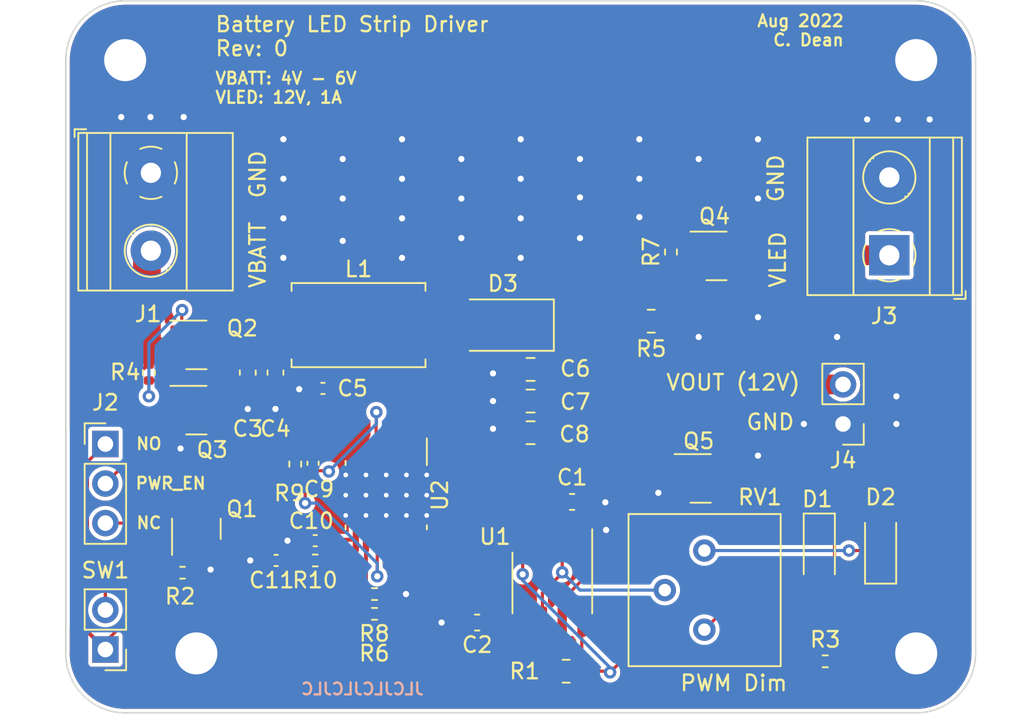
<source format=kicad_pcb>
(kicad_pcb (version 20211014) (generator pcbnew)
  (layers (0 "F.Cu" signal) (31 "B.Cu" signal) (34 "B.Paste" user) (35 "F.Paste" user) (36 "B.SilkS" user "B.Silkscreen") (37 "F.SilkS" user "F.Silkscreen") (38 "B.Mask" user) (39 "F.Mask" user) (44 "Edge.Cuts" user))
  (net 0 "")
  (net 1 "/VBATT")
  (net 2 "/BST_VOUT")
  (net 3 "/BST_SS")
  (net 4 "/BST_COMP")
  (net 5 "/SW")
  (net 6 "Net-(D2-Pad1)")
  (net 7 "/VLED")
  (net 8 "/LED_PWM_G")
  (net 9 "/FB")
  (net 10 "/BST_FREQ")
  (net 11 "/VIN")
  (net 12 "/PWR_EN")
  (net 13 "Net-(C1-Pad1)")
  (net 14 "Net-(C2-Pad1)")
  (net 15 "Net-(D1-Pad1)")
  (net 16 "Net-(D1-Pad2)")
  (net 17 "Net-(J2-Pad1)")
  (net 18 "Net-(J2-Pad3)")
  (net 19 "Net-(Q2-Pad1)")
  (net 20 "Net-(Q4-Pad2)")
  (net 21 "Net-(R1-Pad2)")
  (net 23 "Net-(Q4-Pad1)")
  (net 24 "GND")
  (net 25 "Net-(C11-Pad1)")
  (footprint "Resistor_SMD:R_0805_2012Metric_Pad1.20x1.40mm_HandSolder" (layer "F.Cu") (at 134.239 124.333)
    (fp_text reference "R1" (at -2.667 0 180) (layer "F.SilkS"))
    (fp_text value "0")
    (pad "1" smd roundrect (at -1 0) (size 1.2 1.4) (layers "F.Cu" "F.Paste" "F.Mask") (roundrect_rratio 0.2083333333) (net 11 "/VIN"))
    (pad "2" smd roundrect (at 1 0) (size 1.2 1.4) (layers "F.Cu" "F.Paste" "F.Mask") (roundrect_rratio 0.2083333333) (net 21 "Net-(R1-Pad2)"))
  )
  (footprint "Diode_SMD:D_SMA" (layer "F.Cu") (at 130.048 102.108 180)
    (fp_text reference "D3" (at -0.127 2.667) (layer "F.SilkS"))
    (fp_text value "B330A")
    (pad "1" smd rect (at -2 0 180) (size 2.5 1.8) (layers "F.Cu" "F.Paste" "F.Mask") (net 2 "/BST_VOUT"))
    (pad "2" smd rect (at 2 0 180) (size 2.5 1.8) (layers "F.Cu" "F.Paste" "F.Mask") (net 5 "/SW"))
  )
  (footprint "TerminalBlock_Phoenix:TerminalBlock_Phoenix_MKDS-1,5-2_1x02_P5.00mm_Horizontal" (layer "F.Cu") (at 107.569 92.329 -90)
    (fp_text reference "J1" (at 9.0678 0.1778 180) (layer "F.SilkS"))
    (fp_text value "Screw_Terminal_01x02")
    (pad "1" thru_hole rect (at 0 0 270) (size 2.6 2.6) (drill 1.3) (layers *.Cu *.Mask) (net 24 "GND"))
    (pad "2" thru_hole circle (at 5 0 270) (size 2.6 2.6) (drill 1.3) (layers *.Cu *.Mask) (net 1 "/VBATT"))
  )
  (footprint "Diode_SMD:D_SOD-123" (layer "F.Cu") (at 150.495 116.459 -90)
    (fp_text reference "D1" (at -3.175 0.127 180) (layer "F.SilkS"))
    (fp_text value "1N4148W")
    (pad "1" smd rect (at -1.65 0 270) (size 0.9 1.2) (layers "F.Cu" "F.Paste" "F.Mask") (net 15 "Net-(D1-Pad1)"))
    (pad "2" smd rect (at 1.65 0 270) (size 0.9 1.2) (layers "F.Cu" "F.Paste" "F.Mask") (net 16 "Net-(D1-Pad2)"))
  )
  (footprint "TerminalBlock_Phoenix:TerminalBlock_Phoenix_MKDS-1,5-2_1x02_P5.00mm_Horizontal" (layer "F.Cu") (at 154.991 97.623 90)
    (fp_text reference "J3" (at -3.9008 -0.3304 180) (layer "F.SilkS"))
    (fp_text value "Screw_Terminal_01x02")
    (pad "1" thru_hole rect (at 0 0 90) (size 2.6 2.6) (drill 1.3) (layers *.Cu *.Mask) (net 7 "/VLED"))
    (pad "2" thru_hole circle (at 5 0 90) (size 2.6 2.6) (drill 1.3) (layers *.Cu *.Mask) (net 24 "GND"))
  )
  (footprint "Resistor_SMD:R_0402_1005Metric" (layer "F.Cu") (at 109.601 118.0084)
    (fp_text reference "R2" (at -0.153641 1.524) (layer "F.SilkS"))
    (fp_text value "100k")
    (pad "1" smd roundrect (at -0.51 0) (size 0.54 0.64) (layers "F.Cu" "F.Paste" "F.Mask") (net 1 "/VBATT"))
    (pad "2" smd roundrect (at 0.51 0) (size 0.54 0.64) (layers "F.Cu" "F.Paste" "F.Mask") (net 18 "Net-(J2-Pad3)"))
  )
  (footprint "Package_TO_SOT_SMD:SOT-23" (layer "F.Cu") (at 110.49 115.189 90)
    (fp_text reference "Q1" (at 1.27 2.921 180) (layer "F.SilkS"))
    (fp_text value "2N7002")
    (pad "1" smd roundrect (at -0.9375 -0.95 90) (size 1.475 0.6) (layers "F.Cu" "F.Paste" "F.Mask") (net 17 "Net-(J2-Pad1)"))
    (pad "2" smd roundrect (at -0.9375 0.95 90) (size 1.475 0.6) (layers "F.Cu" "F.Paste" "F.Mask") (net 24 "GND"))
    (pad "3" smd roundrect (at 0.9375 0 90) (size 1.475 0.6) (layers "F.Cu" "F.Paste" "F.Mask") (net 18 "Net-(J2-Pad3)"))
  )
  (footprint "Resistor_SMD:R_0402_1005Metric_Pad0.72x0.64mm_HandSolder" (layer "F.Cu") (at 121.933 119.38)
    (fp_text reference "R8" (at -0.013 2.54) (layer "F.SilkS"))
    (fp_text value "10k")
    (pad "1" smd roundrect (at -0.5975 0) (size 0.715 0.64) (layers "F.Cu" "F.Paste" "F.Mask") (net 9 "/FB"))
    (pad "2" smd roundrect (at 0.5975 0) (size 0.715 0.64) (layers "F.Cu" "F.Paste" "F.Mask") (net 24 "GND"))
  )
  (footprint "Resistor_SMD:R_0805_2012Metric_Pad1.20x1.40mm_HandSolder" (layer "F.Cu") (at 139.7 101.854)
    (fp_text reference "R5" (at 0 1.778) (layer "F.SilkS"))
    (fp_text value "0")
    (pad "1" smd roundrect (at -1 0) (size 1.2 1.4) (layers "F.Cu" "F.Paste" "F.Mask") (roundrect_rratio 0.2083333333) (net 2 "/BST_VOUT"))
    (pad "2" smd roundrect (at 1 0) (size 1.2 1.4) (layers "F.Cu" "F.Paste" "F.Mask") (roundrect_rratio 0.2083333333) (net 20 "Net-(Q4-Pad2)"))
  )
  (footprint "MountingHole:MountingHole_2.7mm_M2.5_Pad" (layer "F.Cu") (at 105.918 85.09)
    (fp_text reference "H1" hide)
    (fp_text value "MountingHole_Pad")
    (pad "1" thru_hole circle (at 0 0) (size 5.4 5.4) (drill 2.7) (layers *.Cu *.Mask) (net 24 "GND"))
  )
  (footprint "MountingHole:MountingHole_2.7mm_M2.5_Pad" (layer "F.Cu") (at 156.718 123.19)
    (fp_text reference "H4" hide)
    (fp_text value "MountingHole_Pad")
    (pad "1" thru_hole circle (at 0 0) (size 5.4 5.4) (drill 2.7) (layers *.Cu *.Mask) (net 24 "GND"))
  )
  (footprint "MountingHole:MountingHole_2.7mm_M2.5_Pad" (layer "F.Cu") (at 156.718 85.09)
    (fp_text reference "H2" hide)
    (fp_text value "MountingHole_Pad")
    (pad "1" thru_hole circle (at 0 0) (size 5.4 5.4) (drill 2.7) (layers *.Cu *.Mask) (net 24 "GND"))
  )
  (footprint "Resistor_SMD:R_0402_1005Metric" (layer "F.Cu") (at 107.442 105.156 -90)
    (fp_text reference "R4" (at -0.0254 1.524) (layer "F.SilkS"))
    (fp_text value "100k")
    (pad "1" smd roundrect (at -0.51 0 270) (size 0.54 0.64) (layers "F.Cu" "F.Paste" "F.Mask") (net 1 "/VBATT"))
    (pad "2" smd roundrect (at 0.51 0 270) (size 0.54 0.64) (layers "F.Cu" "F.Paste" "F.Mask") (net 19 "Net-(Q2-Pad1)"))
  )
  (footprint "Capacitor_SMD:C_0805_2012Metric" (layer "F.Cu") (at 131.953 104.9528 180)
    (fp_text reference "C6" (at -2.8702 0.0508 180) (layer "F.SilkS"))
    (fp_text value "10uF")
    (pad "1" smd roundrect (at -0.95 0 180) (size 1 1.45) (layers "F.Cu" "F.Paste" "F.Mask") (net 2 "/BST_VOUT"))
    (pad "2" smd roundrect (at 0.95 0 180) (size 1 1.45) (layers "F.Cu" "F.Paste" "F.Mask") (net 24 "GND"))
  )
  (footprint "Capacitor_SMD:C_0402_1005Metric" (layer "F.Cu") (at 118.123 115.951 180)
    (fp_text reference "C10" (at 0.254 1.27) (layer "F.SilkS"))
    (fp_text value "2.7 nF")
    (pad "1" smd roundrect (at -0.48 0 180) (size 0.56 0.62) (layers "F.Cu" "F.Paste" "F.Mask") (net 4 "/BST_COMP"))
    (pad "2" smd roundrect (at 0.48 0 180) (size 0.56 0.62) (layers "F.Cu" "F.Paste" "F.Mask") (net 24 "GND"))
  )
  (footprint "Capacitor_SMD:C_0603_1608Metric" (layer "F.Cu") (at 134.62 113.4618)
    (fp_text reference "C1" (at 0 -1.5748) (layer "F.SilkS"))
    (fp_text value "100nF")
    (pad "1" smd roundrect (at -0.775 0) (size 0.9 0.95) (layers "F.Cu" "F.Paste" "F.Mask") (net 13 "Net-(C1-Pad1)"))
    (pad "2" smd roundrect (at 0.775 0) (size 0.9 0.95) (layers "F.Cu" "F.Paste" "F.Mask") (net 24 "GND"))
  )
  (footprint "Resistor_SMD:R_0402_1005Metric_Pad0.72x0.64mm_HandSolder" (layer "F.Cu") (at 150.876 123.698)
    (fp_text reference "R3" (at 0 -1.397) (layer "F.SilkS"))
    (fp_text value "1k")
    (pad "1" smd roundrect (at -0.5975 0) (size 0.715 0.64) (layers "F.Cu" "F.Paste" "F.Mask") (net 21 "Net-(R1-Pad2)"))
    (pad "2" smd roundrect (at 0.5975 0) (size 0.715 0.64) (layers "F.Cu" "F.Paste" "F.Mask") (net 15 "Net-(D1-Pad1)"))
  )
  (footprint "Package_TO_SOT_SMD:SOT-23" (layer "F.Cu") (at 142.875 111.953)
    (fp_text reference "Q5" (at -0.127 -2.4) (layer "F.SilkS"))
    (fp_text value "2N7002")
    (pad "1" smd roundrect (at -0.9375 -0.95) (size 1.475 0.6) (layers "F.Cu" "F.Paste" "F.Mask") (net 8 "/LED_PWM_G"))
    (pad "2" smd roundrect (at -0.9375 0.95) (size 1.475 0.6) (layers "F.Cu" "F.Paste" "F.Mask") (net 24 "GND"))
    (pad "3" smd roundrect (at 0.9375 0) (size 1.475 0.6) (layers "F.Cu" "F.Paste" "F.Mask") (net 23 "Net-(Q4-Pad1)"))
  )
  (footprint "Resistor_SMD:R_0402_1005Metric_Pad0.72x0.64mm_HandSolder" (layer "F.Cu") (at 116.84 111.0355 90)
    (fp_text reference "R9" (at -1.8675 -0.381) (layer "F.SilkS"))
    (fp_text value "87.6 k")
    (pad "1" smd roundrect (at -0.5975 0 90) (size 0.715 0.64) (layers "F.Cu" "F.Paste" "F.Mask") (net 10 "/BST_FREQ"))
    (pad "2" smd roundrect (at 0.5975 0 90) (size 0.715 0.64) (layers "F.Cu" "F.Paste" "F.Mask") (net 24 "GND"))
  )
  (footprint "Package_TO_SOT_SMD:SOT-23" (layer "F.Cu") (at 110.49 103.378)
    (fp_text reference "Q2" (at 2.9464 -1.0668) (layer "F.SilkS"))
    (fp_text value "DMP2305U")
    (pad "1" smd roundrect (at -0.9375 -0.95) (size 1.475 0.6) (layers "F.Cu" "F.Paste" "F.Mask") (net 19 "Net-(Q2-Pad1)"))
    (pad "2" smd roundrect (at -0.9375 0.95) (size 1.475 0.6) (layers "F.Cu" "F.Paste" "F.Mask") (net 1 "/VBATT"))
    (pad "3" smd roundrect (at 0.9375 0) (size 1.475 0.6) (layers "F.Cu" "F.Paste" "F.Mask") (net 11 "/VIN"))
  )
  (footprint "Capacitor_SMD:C_0402_1005Metric" (layer "F.Cu") (at 117.983 110.9795 90)
    (fp_text reference "C9" (at -1.6695 0.381) (layer "F.SilkS"))
    (fp_text value "27nF")
    (pad "1" smd roundrect (at -0.48 0 90) (size 0.56 0.62) (layers "F.Cu" "F.Paste" "F.Mask") (net 3 "/BST_SS"))
    (pad "2" smd roundrect (at 0.48 0 90) (size 0.56 0.62) (layers "F.Cu" "F.Paste" "F.Mask") (net 24 "GND"))
  )
  (footprint "Capacitor_SMD:C_0402_1005Metric" (layer "F.Cu") (at 118.618 106.172 180)
    (fp_text reference "C5" (at -1.905 0 180) (layer "F.SilkS"))
    (fp_text value "100nF")
    (pad "1" smd roundrect (at -0.48 0 180) (size 0.56 0.62) (layers "F.Cu" "F.Paste" "F.Mask") (net 11 "/VIN"))
    (pad "2" smd roundrect (at 0.48 0 180) (size 0.56 0.62) (layers "F.Cu" "F.Paste" "F.Mask") (net 24 "GND"))
  )
  (footprint "Potentiometer_THT:Potentiometer_Bourns_3386P_Vertical" (layer "F.Cu") (at 143.114 116.586 180)
    (fp_text reference "RV1" (at -3.571 3.429 180) (layer "F.SilkS"))
    (fp_text value "100k")
    (pad "1" thru_hole circle (at 0 0 180) (size 1.44 1.44) (drill 0.8) (layers *.Cu *.Mask) (net 6 "Net-(D2-Pad1)"))
    (pad "2" thru_hole circle (at 2.54 -2.54 180) (size 1.44 1.44) (drill 0.8) (layers *.Cu *.Mask) (net 13 "Net-(C1-Pad1)"))
    (pad "3" thru_hole circle (at 0 -5.08 180) (size 1.44 1.44) (drill 0.8) (layers *.Cu *.Mask) (net 16 "Net-(D1-Pad2)"))
  )
  (footprint "MountingHole:MountingHole_2.7mm_M2.5_Pad" (layer "F.Cu") (at 110.49 123.19)
    (fp_text reference "H3" hide)
    (fp_text value "MountingHole_Pad")
    (pad "1" thru_hole circle (at 0 0) (size 5.4 5.4) (drill 2.7) (layers *.Cu *.Mask) (net 24 "GND"))
  )
  (footprint "Resistor_SMD:R_0402_1005Metric_Pad0.72x0.64mm_HandSolder" (layer "F.Cu") (at 121.933 120.65 180)
    (fp_text reference "R6" (at 0.013 -2.54) (layer "F.SilkS"))
    (fp_text value "87.6 k")
    (pad "1" smd roundrect (at -0.5975 0 180) (size 0.715 0.64) (layers "F.Cu" "F.Paste" "F.Mask") (net 2 "/BST_VOUT"))
    (pad "2" smd roundrect (at 0.5975 0 180) (size 0.715 0.64) (layers "F.Cu" "F.Paste" "F.Mask") (net 9 "/FB"))
  )
  (footprint "Connector_PinHeader_2.54mm:PinHeader_1x02_P2.54mm_Vertical" (layer "F.Cu") (at 152.019 108.458 180)
    (fp_text reference "J4" (at 0 -2.33) (layer "F.SilkS"))
    (fp_text value "Conn_01x02_Male")
    (pad "1" thru_hole rect (at 0 0 180) (size 1.7 1.7) (drill 1) (layers *.Cu *.Mask) (net 24 "GND"))
    (pad "2" thru_hole oval (at 0 2.54 180) (size 1.7 1.7) (drill 1) (layers *.Cu *.Mask) (net 2 "/BST_VOUT"))
  )
  (footprint "Capacitor_SMD:C_0603_1608Metric" (layer "F.Cu") (at 128.524 121.2088 180)
    (fp_text reference "C2" (at 0 -1.43 180) (layer "F.SilkS"))
    (fp_text value "100nF")
    (pad "1" smd roundrect (at -0.775 0 180) (size 0.9 0.95) (layers "F.Cu" "F.Paste" "F.Mask") (net 14 "Net-(C2-Pad1)"))
    (pad "2" smd roundrect (at 0.775 0 180) (size 0.9 0.95) (layers "F.Cu" "F.Paste" "F.Mask") (net 24 "GND"))
  )
  (footprint "Connector_PinHeader_2.54mm:PinHeader_1x03_P2.54mm_Vertical" (layer "F.Cu") (at 104.648 109.743)
    (fp_text reference "J2" (at 0 -2.667) (layer "F.SilkS"))
    (fp_text value "Conn_01x03_Male")
    (pad "1" thru_hole rect (at 0 0) (size 1.7 1.7) (drill 1) (layers *.Cu *.Mask) (net 17 "Net-(J2-Pad1)"))
    (pad "2" thru_hole oval (at 0 2.54) (size 1.7 1.7) (drill 1) (layers *.Cu *.Mask) (net 12 "/PWR_EN"))
    (pad "3" thru_hole oval (at 0 5.08) (size 1.7 1.7) (drill 1) (layers *.Cu *.Mask) (net 18 "Net-(J2-Pad3)"))
  )
  (footprint "Resistor_SMD:R_0402_1005Metric" (layer "F.Cu") (at 118.123 117.221 180)
    (fp_text reference "R10" (at 0.013 -1.27) (layer "F.SilkS"))
    (fp_text value "1.27k")
    (pad "1" smd roundrect (at -0.51 0 180) (size 0.54 0.64) (layers "F.Cu" "F.Paste" "F.Mask") (net 4 "/BST_COMP"))
    (pad "2" smd roundrect (at 0.51 0 180) (size 0.54 0.64) (layers "F.Cu" "F.Paste" "F.Mask") (net 25 "Net-(C11-Pad1)"))
  )
  (footprint "Capacitor_SMD:C_0603_1608Metric" (layer "F.Cu") (at 113.792 105.156 -90)
    (fp_text reference "C3" (at 3.6068 0 180) (layer "F.SilkS"))
    (fp_text value "10uF")
    (pad "1" smd roundrect (at -0.775 0 270) (size 0.9 0.95) (layers "F.Cu" "F.Paste" "F.Mask") (net 11 "/VIN"))
    (pad "2" smd roundrect (at 0.775 0 270) (size 0.9 0.95) (layers "F.Cu" "F.Paste" "F.Mask") (net 24 "GND"))
  )
  (footprint "Capacitor_SMD:C_0402_1005Metric" (layer "F.Cu") (at 115.611 117.221 180)
    (fp_text reference "C11" (at 0.282 -1.27) (layer "F.SilkS"))
    (fp_text value "120 nF")
    (pad "1" smd roundrect (at -0.48 0 180) (size 0.56 0.62) (layers "F.Cu" "F.Paste" "F.Mask") (net 25 "Net-(C11-Pad1)"))
    (pad "2" smd roundrect (at 0.48 0 180) (size 0.56 0.62) (layers "F.Cu" "F.Paste" "F.Mask") (net 24 "GND"))
  )
  (footprint "Package_SO:SOIC-8_3.9x4.9mm_P1.27mm" (layer "F.Cu") (at 133.35 118.6688 -90)
    (fp_text reference "U1" (at -2.9718 3.683 180) (layer "F.SilkS"))
    (fp_text value "TLC555xD")
    (pad "1" smd roundrect (at -2.475 -1.905 270) (size 1.95 0.6) (layers "F.Cu" "F.Paste" "F.Mask") (net 24 "GND"))
    (pad "2" smd roundrect (at -2.475 -0.635 270) (size 1.95 0.6) (layers "F.Cu" "F.Paste" "F.Mask") (net 13 "Net-(C1-Pad1)"))
    (pad "3" smd roundrect (at -2.475 0.635 270) (size 1.95 0.6) (layers "F.Cu" "F.Paste" "F.Mask") (net 8 "/LED_PWM_G"))
    (pad "4" smd roundrect (at -2.475 1.905 270) (size 1.95 0.6) (layers "F.Cu" "F.Paste" "F.Mask") (net 21 "Net-(R1-Pad2)"))
    (pad "5" smd roundrect (at 2.475 1.905 270) (size 1.95 0.6) (layers "F.Cu" "F.Paste" "F.Mask") (net 14 "Net-(C2-Pad1)"))
    (pad "6" smd roundrect (at 2.475 0.635 270) (size 1.95 0.6) (layers "F.Cu" "F.Paste" "F.Mask") (net 13 "Net-(C1-Pad1)"))
    (pad "7" smd roundrect (at 2.475 -0.635 270) (size 1.95 0.6) (layers "F.Cu" "F.Paste" "F.Mask") (net 15 "Net-(D1-Pad1)"))
    (pad "8" smd roundrect (at 2.475 -1.905 270) (size 1.95 0.6) (layers "F.Cu" "F.Paste" "F.Mask") (net 21 "Net-(R1-Pad2)"))
  )
  (footprint "Capacitor_SMD:C_0805_2012Metric" (layer "F.Cu") (at 131.953 109.0168 180)
    (fp_text reference "C8" (at -2.8194 -0.1016 180) (layer "F.SilkS"))
    (fp_text value "10uF")
    (pad "1" smd roundrect (at -0.95 0 180) (size 1 1.45) (layers "F.Cu" "F.Paste" "F.Mask") (net 2 "/BST_VOUT"))
    (pad "2" smd roundrect (at 0.95 0 180) (size 1 1.45) (layers "F.Cu" "F.Paste" "F.Mask") (net 24 "GND"))
  )
  (footprint "Capacitor_SMD:C_0603_1608Metric" (layer "F.Cu") (at 115.57 105.156 -90)
    (fp_text reference "C4" (at 3.6068 0 180) (layer "F.SilkS"))
    (fp_text value "10uF")
    (pad "1" smd roundrect (at -0.775 0 270) (size 0.9 0.95) (layers "F.Cu" "F.Paste" "F.Mask") (net 11 "/VIN"))
    (pad "2" smd roundrect (at 0.775 0 270) (size 0.9 0.95) (layers "F.Cu" "F.Paste" "F.Mask") (net 24 "GND"))
  )
  (footprint "Package_SO:HTSSOP-14-1EP_4.4x5mm_P0.65mm_EP3.4x5mm_Mask3x3.1mm_ThermalVias" (layer "F.Cu") (at 122.682 113.03 -90)
    (fp_text reference "U2" (at 0 -3.45 90) (layer "F.SilkS"))
    (fp_text value "TPS55340PWP")
    (pad "1" smd roundrect (at -2.8625 -1.95 270) (size 1.575 0.4) (layers "F.Cu" "F.Paste" "F.Mask") (net 5 "/SW"))
    (pad "2" smd roundrect (at -2.8625 -1.3 270) (size 1.575 0.4) (layers "F.Cu" "F.Paste" "F.Mask") (net 5 "/SW"))
    (pad "3" smd roundrect (at -2.8625 -0.65 270) (size 1.575 0.4) (layers "F.Cu" "F.Paste" "F.Mask") (net 11 "/VIN"))
    (pad "4" smd roundrect (at -2.8625 0 270) (size 1.575 0.4) (layers "F.Cu" "F.Paste" "F.Mask") (net 11 "/VIN"))
    (pad "5" smd roundrect (at -2.8625 0.65 270) (size 1.575 0.4) (layers "F.Cu" "F.Paste" "F.Mask") (net 3 "/BST_SS"))
    (pad "6" smd roundrect (at -2.8625 1.3 270) (size 1.575 0.4) (layers "F.Cu" "F.Paste" "F.Mask") (net 24 "GND"))
    (pad "7" smd roundrect (at -2.8625 1.95 270) (size 1.575 0.4) (layers "F.Cu" "F.Paste" "F.Mask") (net 24 "GND"))
    (pad "8" smd roundrect (at 2.8625 1.95 270) (size 1.575 0.4) (layers "F.Cu" "F.Paste" "F.Mask") (net 4 "/BST_COMP"))
    (pad "9" smd roundrect (at 2.8625 1.3 270) (size 1.575 0.4) (layers "F.Cu" "F.Paste" "F.Mask") (net 9 "/FB"))
    (pad "10" smd roundrect (at 2.8625 0.65 270) (size 1.575 0.4) (layers "F.Cu" "F.Paste" "F.Mask") (net 10 "/BST_FREQ"))
    (pad "11" smd roundrect (at 2.8625 0 270) (size 1.575 0.4) (layers "F.Cu" "F.Paste" "F.Mask"))
    (pad "12" smd roundrect (at 2.8625 -0.65 270) (size 1.575 0.4) (layers "F.Cu" "F.Paste" "F.Mask") (net 24 "GND"))
    (pad "13" smd roundrect (at 2.8625 -1.3 270) (size 1.575 0.4) (layers "F.Cu" "F.Paste" "F.Mask") (net 24 "GND"))
    (pad "14" smd roundrect (at 2.8625 -1.95 270) (size 1.575 0.4) (layers "F.Cu" "F.Paste" "F.Mask") (net 24 "GND"))
    (pad "15" thru_hole circle (at -1.3 2.6 270) (size 0.6 0.6) (drill 0.3) (layers *.Cu) (net 24 "GND"))
    (pad "15" smd rect (at 0 0 270) (size 3.2 5.8) (layers "B.Cu") (net 24 "GND"))
    (pad "15" thru_hole circle (at 0 2.6 270) (size 0.6 0.6) (drill 0.3) (layers *.Cu) (net 24 "GND"))
    (pad "15" thru_hole circle (at 0 1.3 270) (size 0.6 0.6) (drill 0.3) (layers *.Cu) (net 24 "GND"))
    (pad "15" thru_hole circle (at 0 -2.6 270) (size 0.6 0.6) (drill 0.3) (layers *.Cu) (net 24 "GND"))
    (pad "15" thru_hole circle (at 1.3 -1.3 270) (size 0.6 0.6) (drill 0.3) (layers *.Cu) (net 24 "GND"))
    (pad "15" thru_hole circle (at -1.3 0 270) (size 0.6 0.6) (drill 0.3) (layers *.Cu) (net 24 "GND"))
    (pad "15" smd rect (at 0 0 270) (size 3.4 5) (layers "F.Cu") (net 24 "GND"))
    (pad "15" thru_hole circle (at 0 -1.3 270) (size 0.6 0.6) (drill 0.3) (layers *.Cu) (net 24 "GND"))
    (pad "15" thru_hole circle (at 1.3 0 270) (size 0.6 0.6) (drill 0.3) (layers *.Cu) (net 24 "GND"))
    (pad "15" thru_hole circle (at -1.3 -2.6 270) (size 0.6 0.6) (drill 0.3) (layers *.Cu) (net 24 "GND"))
    (pad "15" thru_hole circle (at 1.3 -2.6 270) (size 0.6 0.6) (drill 0.3) (layers *.Cu) (net 24 "GND"))
    (pad "15" thru_hole circle (at -1.3 -1.3 270) (size 0.6 0.6) (drill 0.3) (layers *.Cu) (net 24 "GND"))
    (pad "15" thru_hole circle (at 1.3 1.3 270) (size 0.6 0.6) (drill 0.3) (layers *.Cu) (net 24 "GND"))
    (pad "15" thru_hole circle (at 1.3 2.6 270) (size 0.6 0.6) (drill 0.3) (layers *.Cu) (net 24 "GND"))
    (pad "15" thru_hole circle (at -1.3 1.3 270) (size 0.6 0.6) (drill 0.3) (layers *.Cu) (net 24 "GND"))
    (pad "15" thru_hole circle (at 0 0 270) (size 0.6 0.6) (drill 0.3) (layers *.Cu) (net 24 "GND"))
  )
  (footprint "Resistor_SMD:R_0402_1005Metric_Pad0.72x0.64mm_HandSolder" (layer "F.Cu") (at 140.97 97.409 90)
    (fp_text reference "R7" (at 0 -1.27 90) (layer "F.SilkS"))
    (fp_text value "1k")
    (pad "1" smd roundrect (at -0.5975 0 90) (size 0.715 0.64) (layers "F.Cu" "F.Paste" "F.Mask") (net 20 "Net-(Q4-Pad2)"))
    (pad "2" smd roundrect (at 0.5975 0 90) (size 0.715 0.64) (layers "F.Cu" "F.Paste" "F.Mask") (net 23 "Net-(Q4-Pad1)"))
  )
  (footprint "BatteryLedStripDriverFootprints:L_Sunlord_MWSA0603S_8.4x3.5mm" (layer "F.Cu") (at 120.904 102.108)
    (fp_text reference "L1" (at 0 -3.6) (layer "F.SilkS"))
    (fp_text value "5.6uH")
    (pad "1" smd rect (at -3.025 0) (size 2.35 3.5) (layers "F.Cu" "F.Paste" "F.Mask") (net 11 "/VIN"))
    (pad "2" smd rect (at 3.025 0) (size 2.35 3.5) (layers "F.Cu" "F.Paste" "F.Mask") (net 5 "/SW"))
  )
  (footprint "Capacitor_SMD:C_0805_2012Metric" (layer "F.Cu") (at 131.953 106.9848 180)
    (fp_text reference "C7" (at -2.8702 -0.0508 180) (layer "F.SilkS"))
    (fp_text value "10uF")
    (pad "1" smd roundrect (at -0.95 0 180) (size 1 1.45) (layers "F.Cu" "F.Paste" "F.Mask") (net 2 "/BST_VOUT"))
    (pad "2" smd roundrect (at 0.95 0 180) (size 1 1.45) (layers "F.Cu" "F.Paste" "F.Mask") (net 24 "GND"))
  )
  (footprint "Diode_SMD:D_SOD-123" (layer "F.Cu") (at 154.432 116.459 90)
    (fp_text reference "D2" (at 3.302 0 180) (layer "F.SilkS"))
    (fp_text value "1N4148W")
    (pad "1" smd rect (at -1.65 0 90) (size 0.9 1.2) (layers "F.Cu" "F.Paste" "F.Mask") (net 6 "Net-(D2-Pad1)"))
    (pad "2" smd rect (at 1.65 0 90) (size 0.9 1.2) (layers "F.Cu" "F.Paste" "F.Mask") (net 15 "Net-(D1-Pad1)"))
  )
  (footprint "Connector_PinHeader_2.54mm:PinHeader_1x02_P2.54mm_Vertical" (layer "F.Cu") (at 104.648 122.941 180)
    (fp_text reference "SW1" (at 0 5.085 180) (layer "F.SilkS"))
    (fp_text value "SW_Reed")
    (pad "1" thru_hole rect (at 0 0 180) (size 1.7 1.7) (drill 1) (layers *.Cu *.Mask) (net 1 "/VBATT"))
    (pad "2" thru_hole oval (at 0 2.54 180) (size 1.7 1.7) (drill 1) (layers *.Cu *.Mask) (net 17 "Net-(J2-Pad1)"))
  )
  (footprint "Package_TO_SOT_SMD:SOT-23" (layer "F.Cu") (at 110.49 107.569)
    (fp_text reference "Q3" (at 1.016 2.54) (layer "F.SilkS"))
    (fp_text value "2N7002")
    (pad "1" smd roundrect (at -0.9375 -0.95) (size 1.475 0.6) (layers "F.Cu" "F.Paste" "F.Mask") (net 12 "/PWR_EN"))
    (pad "2" smd roundrect (at -0.9375 0.95) (size 1.475 0.6) (layers "F.Cu" "F.Paste" "F.Mask") (net 24 "GND"))
    (pad "3" smd roundrect (at 0.9375 0) (size 1.475 0.6) (layers "F.Cu" "F.Paste" "F.Mask") (net 19 "Net-(Q2-Pad1)"))
  )
  (footprint "Package_TO_SOT_SMD:SOT-23" (layer "F.Cu") (at 143.891 97.663)
    (fp_text reference "Q4" (at -0.127 -2.54) (layer "F.SilkS"))
    (fp_text value "DMP2305U")
    (pad "1" smd roundrect (at -0.9375 -0.95) (size 1.475 0.6) (layers "F.Cu" "F.Paste" "F.Mask") (net 23 "Net-(Q4-Pad1)"))
    (pad "2" smd roundrect (at -0.9375 0.95) (size 1.475 0.6) (layers "F.Cu" "F.Paste" "F.Mask") (net 20 "Net-(Q4-Pad2)"))
    (pad "3" smd roundrect (at 0.9375 0) (size 1.475 0.6) (layers "F.Cu" "F.Paste" "F.Mask") (net 7 "/VLED"))
  )
  (gr_line (start 106.172 127) (end 156.972 127) (layer "Edge.Cuts") (width 0.1016))
  (gr_line (start 156.718 81.28) (end 105.918 81.28) (layer "Edge.Cuts") (width 0.1016))
  (gr_line (start 160.528 123.19) (end 160.528 85.09) (layer "Edge.Cuts") (width 0.1016))
  (gr_line (start 102.108 84.963) (end 102.108 122.936) (layer "Edge.Cuts") (width 0.1016))
  (gr_arc (start 106.172 127) (mid 103.220431 125.887568) (end 102.108 122.936) (layer "Edge.Cuts") (width 0.1016))
  (gr_arc (start 156.718 81.28) (mid 159.412077 82.395923) (end 160.528 85.09) (layer "Edge.Cuts") (width 0.1016))
  (gr_arc (start 160.528 123.19) (mid 159.500881 125.795822) (end 156.972 127) (layer "Edge.Cuts") (width 0.1016))
  (gr_arc (start 102.108 84.963) (mid 103.268283 82.351104) (end 105.918 81.28) (layer "Edge.Cuts") (width 0.1016))
  (gr_text "JLCJLCJLCJLC" (at 121.158 125.476) (layer "B.SilkS") (effects (font (size 0.762 0.762)) (justify mirror)))
  (gr_text "GND" (at 147.701 91.059 90) (layer "F.SilkS") (effects (font (size 1 1)) (justify right)))
  (gr_text "GND" (at 148.971 108.331) (layer "F.SilkS") (effects (font (size 1 1)) (justify right)))
  (gr_text "GND" (at 114.427 90.805 90) (layer "F.SilkS") (effects (font (size 1 1)) (justify right)))
  (gr_text "VOUT (12V)" (at 149.352 105.791) (layer "F.SilkS") (effects (font (size 1 1)) (justify right)))
  (gr_text "Battery LED Strip Driver\nRev: 0" (at 111.633 83.566) (layer "F.SilkS") (effects (font (size 0.9652 0.9652)) (justify left)))
  (gr_text "VLED" (at 147.828 96.012 90) (layer "F.SilkS") (effects (font (size 1 1)) (justify right)))
  (gr_text "VBATT: 4V - 6V\nVLED: 12V, 1A" (at 111.633 86.868) (layer "F.SilkS") (effects (font (size 0.762 0.762)) (justify left)))
  (gr_text "NC" (at 107.442 114.808) (layer "F.SilkS") (effects (font (size 0.762 0.762))))
  (gr_text "PWM Dim" (at 141.478 125.095) (layer "F.SilkS") (effects (font (size 1 1)) (justify left)))
  (gr_text "NO" (at 107.442 109.728) (layer "F.SilkS") (effects (font (size 0.762 0.762))))
  (gr_text "Aug 2022\nC. Dean" (at 152.146 83.185) (layer "F.SilkS") (effects (font (size 0.762 0.762)) (justify right)))
  (gr_text "VBATT" (at 114.427 95.377 90) (layer "F.SilkS") (effects (font (size 1 1)) (justify right)))
  (gr_text "PWR_EN" (at 108.839 112.268) (layer "F.SilkS") (effects (font (size 0.762 0.762))))
  (segment (start 104.648 122.941) (end 104.648 122.4514) (width 0.2032) (layer "F.Cu") (net 1))
  (segment (start 102.87 121.163) (end 102.87 109.1164) (width 0.254) (layer "F.Cu") (net 1))
  (segment (start 102.87 109.1164) (end 107.4928 104.4936) (width 0.254) (layer "F.Cu") (net 1))
  (segment (start 104.648 122.4514) (end 109.091 118.0084) (width 0.2032) (layer "F.Cu") (net 1))
  (segment (start 104.648 122.941) (end 102.87 121.163) (width 0.254) (layer "F.Cu") (net 1))
  (segment (start 138.049 105.918) (end 137.795 106.172) (width 0.2032) (layer "F.Cu") (net 2))
  (segment (start 131.0534 110.6276) (end 131.8764 110.6276) (width 0.2032) (layer "F.Cu") (net 2))
  (segment (start 131.8764 110.6276) (end 132.903 109.601) (width 0.2032) (layer "F.Cu") (net 2))
  (segment (start 128.27 116.586) (end 128.27 113.411) (width 0.2032) (layer "F.Cu") (net 2))
  (segment (start 122.5305 120.65) (end 124.206 120.65) (width 0.2032) (layer "F.Cu") (net 2))
  (segment (start 128.27 113.411) (end 131.0534 110.6276) (width 0.2032) (layer "F.Cu") (net 2))
  (segment (start 124.206 120.65) (end 128.27 116.586) (width 0.2032) (layer "F.Cu") (net 2))
  (segment (start 152.019 105.918) (end 138.049 105.918) (width 1.27) (layer "F.Cu") (net 2))
  (segment (start 122.047 108.3745) (end 122.032 108.3895) (width 0.2032) (layer "F.Cu") (net 3))
  (segment (start 122.047 107.696) (end 122.047 108.3745) (width 0.2032) (layer "F.Cu") (net 3))
  (segment (start 122.032 108.3895) (end 122.032 110.1675) (width 0.2032) (layer "F.Cu") (net 3))
  (segment (start 117.983 111.4595) (end 118.9525 111.4595) (width 0.2032) (layer "F.Cu") (net 3))
  (segment (start 118.9525 111.4595) (end 118.999 111.506) (width 0.2032) (layer "F.Cu") (net 3))
  (via (at 122.047 107.696) (size 0.8) (drill 0.4) (layers "F.Cu" "B.Cu") (net 3))
  (via (at 118.999 111.506) (size 0.8) (drill 0.4) (layers "F.Cu" "B.Cu") (net 3))
  (segment (start 122.047 107.696) (end 122.047 108.458) (width 0.2032) (layer "B.Cu") (net 3))
  (segment (start 122.047 108.458) (end 118.999 111.506) (width 0.2032) (layer "B.Cu") (net 3))
  (segment (start 118.6615 115.8925) (end 118.603 115.951) (width 0.25) (layer "F.Cu") (net 4))
  (segment (start 120.732 115.8925) (end 118.6615 115.8925) (width 0.25) (layer "F.Cu") (net 4))
  (segment (start 118.603 117.191) (end 118.633 117.221) (width 0.25) (layer "F.Cu") (net 4))
  (segment (start 118.603 115.951) (end 118.603 117.191) (width 0.25) (layer "F.Cu") (net 4))
  (segment (start 153.289 116.586) (end 154.432 117.729) (width 0.2032) (layer "F.Cu") (net 6))
  (segment (start 152.4 116.586) (end 153.289 116.586) (width 0.2032) (layer "F.Cu") (net 6))
  (segment (start 154.432 117.729) (end 154.432 118.109) (width 0.2032) (layer "F.Cu") (net 6))
  (via (at 152.4 116.586) (size 0.8) (drill 0.4) (layers "F.Cu" "B.Cu") (net 6))
  (segment (start 152.4 116.586) (end 143.114 116.586) (width 0.2032) (layer "B.Cu") (net 6))
  (segment (start 154.991003 97.622995) (end 144.868494 97.622995) (width 1.27) (layer "F.Cu") (net 7))
  (segment (start 144.8685 97.623) (end 144.8285 97.663) (width 0.2032) (layer "F.Cu") (net 7))
  (segment (start 132.715 112.4458) (end 134.1578 111.003) (width 0.2032) (layer "F.Cu") (net 8))
  (segment (start 134.1578 111.003) (end 141.9375 111.003) (width 0.2032) (layer "F.Cu") (net 8))
  (segment (start 132.715 116.1938) (end 132.715 112.4458) (width 0.2032) (layer "F.Cu") (net 8))
  (segment (start 121.382 119.3335) (end 121.3355 119.38) (width 0.25) (layer "F.Cu") (net 9))
  (segment (start 121.3355 120.65) (end 121.3355 119.38) (width 0.25) (layer "F.Cu") (net 9))
  (segment (start 121.382 116.4005) (end 121.382 119.3335) (width 0.25) (layer "F.Cu") (net 9))
  (segment (start 122.1065 118.237) (end 122.1065 115.967) (width 0.2032) (layer "F.Cu") (net 10))
  (segment (start 116.84 111.633) (end 117.475 112.268) (width 0.2032) (layer "F.Cu") (net 10))
  (segment (start 117.475 112.268) (end 117.475 113.538) (width 0.2032) (layer "F.Cu") (net 10))
  (segment (start 122.1065 115.967) (end 122.032 115.8925) (width 0.2032) (layer "F.Cu") (net 10))
  (via (at 117.475 113.538) (size 0.8) (drill 0.4) (layers "F.Cu" "B.Cu") (net 10))
  (via (at 122.1065 118.237) (size 0.8) (drill 0.4) (layers "F.Cu" "B.Cu") (net 10))
  (segment (start 122.1065 117.4075) (end 118.237 113.538) (width 0.2032) (layer "B.Cu") (net 10))
  (segment (start 118.237 113.538) (end 117.475 113.538) (width 0.2032) (layer "B.Cu") (net 10))
  (segment (start 122.1065 118.237) (end 122.1065 117.4075) (width 0.2032) (layer "B.Cu") (net 10))
  (segment (start 133.239 124.333) (end 118.999 124.333) (width 0.2032) (layer "F.Cu") (net 11))
  (segment (start 119.324 106.172) (end 117.533 104.381) (width 0.2032) (layer "F.Cu") (net 11))
  (segment (start 123.332 110.1675) (end 123.332 108.697) (width 0.2032) (layer "F.Cu") (net 11))
  (segment (start 123.332 108.697) (end 123.332 107.33) (width 0.2032) (layer "F.Cu") (net 11))
  (segment (start 122.682 109.347) (end 123.332 108.697) (width 0.2032) (layer "F.Cu") (net 11))
  (segment (start 112.649 117.983) (end 112.649 112.621) (width 0.2032) (layer "F.Cu") (net 11))
  (segment (start 122.682 110.1675) (end 122.682 109.347) (width 0.2032) (layer "F.Cu") (net 11))
  (segment (start 117.533 104.381) (end 115.57 104.381) (width 0.2032) (layer "F.Cu") (net 11))
  (segment (start 123.332 107.33) (end 122.174 106.172) (width 0.2032) (layer "F.Cu") (net 11))
  (segment (start 122.174 106.172) (end 119.324 106.172) (width 0.2032) (layer "F.Cu") (net 11))
  (segment (start 112.649 112.621) (end 119.098 106.172) (width 0.2032) (layer "F.Cu") (net 11))
  (segment (start 118.999 124.333) (end 112.649 117.983) (width 0.2032) (layer "F.Cu") (net 11))
  (segment (start 111.4275 103.378) (end 112.8268 103.378) (width 0.2032) (layer "F.Cu") (net 11))
  (segment (start 107.188 109.743) (end 104.648 112.283) (width 0.2032) (layer "F.Cu") (net 12))
  (segment (start 107.188 108.204) (end 108.773 106.619) (width 0.2032) (layer "F.Cu") (net 12))
  (segment (start 107.188 108.204) (end 107.188 109.743) (width 0.2032) (layer "F.Cu") (net 12))
  (segment (start 108.773 106.619) (end 109.5525 106.619) (width 0.2032) (layer "F.Cu") (net 12))
  (segment (start 133.845 113.4618) (end 133.845 116.0538) (width 0.2032) (layer "F.Cu") (net 13))
  (segment (start 132.715 119.3038) (end 133.985 118.0338) (width 0.2032) (layer "F.Cu") (net 13))
  (segment (start 133.985 117.983) (end 133.985 116.1938) (width 0.2032) (layer "F.Cu") (net 13))
  (segment (start 133.845 116.0538) (end 133.985 116.1938) (width 0.2032) (layer "F.Cu") (net 13))
  (segment (start 133.985 118.0338) (end 133.985 117.983) (width 0.2032) (layer "F.Cu") (net 13))
  (segment (start 132.715 121.1438) (end 132.715 119.3038) (width 0.2032) (layer "F.Cu") (net 13))
  (via (at 133.985 117.983) (size 0.8) (drill 0.4) (layers "F.Cu" "B.Cu") (net 13))
  (segment (start 140.574 119.126) (end 135.128 119.126) (width 0.2032) (layer "B.Cu") (net 13))
  (segment (start 135.128 119.126) (end 133.985 117.983) (width 0.2032) (layer "B.Cu") (net 13))
  (segment (start 129.299 121.2088) (end 131.38 121.2088) (width 0.2032) (layer "F.Cu") (net 14))
  (segment (start 131.38 121.2088) (end 131.445 121.1438) (width 0.2032) (layer "F.Cu") (net 14))
  (segment (start 154.432 114.809) (end 154.432 114.808) (width 0.2032) (layer "F.Cu") (net 15))
  (segment (start 153.289 114.808) (end 153.288 114.809) (width 0.2032) (layer "F.Cu") (net 15))
  (segment (start 138.937 114.809) (end 150.495 114.809) (width 0.2032) (layer "F.Cu") (net 15))
  (segment (start 133.985 121.1438) (end 133.985 119.761) (width 0.2032) (layer "F.Cu") (net 15))
  (segment (start 154.432 114.808) (end 153.289 114.808) (width 0.2032) (layer "F.Cu") (net 15))
  (segment (start 151.4735 115.7875) (end 151.4735 123.698) (width 0.2032) (layer "F.Cu") (net 15))
  (segment (start 150.495 114.809) (end 151.4735 115.7875) (width 0.2032) (layer "F.Cu") (net 15))
  (segment (start 150.495 114.809) (end 153.288 114.809) (width 0.2032) (layer "F.Cu") (net 15))
  (segment (start 133.985 119.761) (end 138.937 114.809) (width 0.2032) (layer "F.Cu") (net 15))
  (segment (start 153.288 114.809) (end 153.924 114.809) (width 0.2032) (layer "F.Cu") (net 15))
  (segment (start 150.495 118.109) (end 146.671 118.109) (width 0.2032) (layer "F.Cu") (net 16))
  (segment (start 146.671 118.109) (end 143.114 121.666) (width 0.2032) (layer "F.Cu") (net 16))
  (segment (start 103.4964 110.8946) (end 103.4964 117.0854) (width 0.2032) (layer "F.Cu") (net 17))
  (segment (start 104.648 120.401) (end 104.648 118.364) (width 0.2032) (layer "F.Cu") (net 17))
  (segment (start 104.648 109.743) (end 103.4964 110.8946) (width 0.2032) (layer "F.Cu") (net 17))
  (segment (start 105.5495 117.4625) (end 108.204 117.4625) (width 0.2032) (layer "F.Cu") (net 17))
  (segment (start 103.4964 117.0854) (end 104.648 118.237) (width 0.2032) (layer "F.Cu") (net 17))
  (segment (start 108.204 117.4625) (end 109.54 116.1265) (width 0.2032) (layer "F.Cu") (net 17))
  (segment (start 104.648 118.364) (end 105.5495 117.4625) (width 0.2032) (layer "F.Cu") (net 17))
  (segment (start 104.648 118.237) (end 104.648 120.401) (width 0.2032) (layer "F.Cu") (net 17))
  (segment (start 110.49 113.7435) (end 109.4105 114.823) (width 0.2032) (layer "F.Cu") (net 18))
  (segment (start 110.49 114.2515) (end 110.49 117.6294) (width 0.2032) (layer "F.Cu") (net 18))
  (segment (start 109.4105 114.823) (end 104.648 114.823) (width 0.2032) (layer "F.Cu") (net 18))
  (segment (start 110.49 117.6294) (end 110.111 118.0084) (width 0.2032) (layer "F.Cu") (net 18))
  (segment (start 109.975659 105.666) (end 111.4275 107.117841) (width 0.2032) (layer "F.Cu") (net 19))
  (segment (start 109.5525 102.428) (end 109.5525 101.1659) (width 0.2032) (layer "F.Cu") (net 19))
  (segment (start 107.442 105.666) (end 109.975659 105.666) (width 0.2032) (layer "F.Cu") (net 19))
  (segment (start 107.442 106.68) (end 107.442 105.5644) (width 0.2032) (layer "F.Cu") (net 19))
  (segment (start 111.4275 107.117841) (end 111.4275 107.569) (width 0.2032) (layer "F.Cu") (net 19))
  (segment (start 109.5525 101.1659) (end 109.5756 101.1428) (width 0.2032) (layer "F.Cu") (net 19))
  (via (at 107.442 106.68) (size 0.8) (drill 0.4) (layers "F.Cu" "B.Cu") (net 19))
  (via (at 109.5756 101.1428) (size 0.8) (drill 0.4) (layers "F.Cu" "B.Cu") (net 19))
  (segment (start 107.442 103.2764) (end 107.442 106.68) (width 0.2032) (layer "B.Cu") (net 19))
  (segment (start 109.5756 101.1428) (end 107.442 103.2764) (width 0.2032) (layer "B.Cu") (net 19))
  (segment (start 140.7 100.981) (end 142.9535 98.7275) (width 1.27) (layer "F.Cu") (net 20))
  (segment (start 141.576511 98.613011) (end 142.813989 98.613011) (width 0.2032) (layer "F.Cu") (net 20))
  (segment (start 142.9535 98.7275) (end 142.9535 98.613) (width 1.27) (layer "F.Cu") (net 20))
  (segment (start 140.97 98.0065) (end 141.576511 98.613011) (width 0.2032) (layer "F.Cu") (net 20))
  (segment (start 140.7 101.854) (end 140.7 100.981) (width 1.27) (layer "F.Cu") (net 20))
  (segment (start 142.813989 98.613011) (end 142.953511 98.613011) (width 1.27) (layer "F.Cu") (net 20))
  (segment (start 135.239 124.333) (end 135.239 121.1598) (width 0.2032) (layer "F.Cu") (net 21))
  (segment (start 135.239 121.1598) (end 135.255 121.1438) (width 0.2032) (layer "F.Cu") (net 21))
  (segment (start 136.9822 124.333) (end 137.0584 124.4092) (width 0.2032) (layer "F.Cu") (net 21))
  (segment (start 131.445 116.1938) (end 131.445 118.11) (width 0.2032) (layer "F.Cu") (net 21))
  (segment (start 135.239 124.333) (end 136.9822 124.333) (width 0.2032) (layer "F.Cu") (net 21))
  (segment (start 137.7696 123.698) (end 137.0584 124.4092) (width 0.2032) (layer "F.Cu") (net 21))
  (segment (start 150.2785 123.698) (end 137.7696 123.698) (width 0.2032) (layer "F.Cu") (net 21))
  (via (at 137.0584 124.4092) (size 0.8) (drill 0.4) (layers "F.Cu" "B.Cu") (net 21))
  (via (at 131.445 118.11) (size 0.8) (drill 0.4) (layers "F.Cu" "B.Cu") (net 21))
  (segment (start 137.0584 124.4092) (end 137.0584 124.1044) (width 0.2032) (layer "B.Cu") (net 21))
  (segment (start 137.0584 124.1044) (end 131.445 118.491) (width 0.2032) (layer "B.Cu") (net 21))
  (segment (start 131.445 118.491) (end 131.445 118.11) (width 0.2032) (layer "B.Cu") (net 21))
  (segment (start 157.099 95.123) (end 144.5435 95.123) (width 0.2032) (layer "F.Cu") (net 23))
  (segment (start 144.5435 95.123) (end 142.9535 96.713) (width 0.2032) (layer "F.Cu") (net 23))
  (segment (start 140.97 96.8115) (end 142.855 96.8115) (width 0.2032) (layer "F.Cu") (net 23))
  (segment (start 157.734 95.758) (end 157.099 95.123) (width 0.2032) (layer "F.Cu") (net 23))
  (segment (start 143.8125 111.953) (end 154.112 111.953) (width 0.2032) (layer "F.Cu") (net 23))
  (segment (start 142.855 96.8115) (end 142.9535 96.713) (width 0.2032) (layer "F.Cu") (net 23))
  (segment (start 157.734 108.331) (end 157.734 95.758) (width 0.2032) (layer "F.Cu") (net 23))
  (segment (start 154.112 111.953) (end 157.734 108.331) (width 0.2032) (layer "F.Cu") (net 23))
  (segment (start 131.178 108.712) (end 129.5908 108.712) (width 0.2032) (layer "F.Cu") (net 24))
  (segment (start 115.57 105.931) (end 115.57 107.4928) (width 0.2032) (layer "F.Cu") (net 24))
  (segment (start 117.643 115.951) (end 116.345 115.951) (width 0.25) (layer "F.Cu") (net 24))
  (segment (start 135.8758 116.1938) (end 136.8044 115.2652) (width 0.2032) (layer "F.Cu") (net 24))
  (segment (start 111.4044 117.8052) (end 111.4044 116.1621) (width 0.2032) (layer "F.Cu") (net 24))
  (segment (start 123.982 115.8925) (end 123.982 114.33) (width 0.2032) (layer "F.Cu") (net 24))
  (segment (start 123.332 115.8925) (end 123.332 115.5804) (width 0.2032) (layer "F.Cu") (net 24))
  (segment (start 135.395 113.4618) (end 136.7282 113.4618) (width 0.2032) (layer "F.Cu") (net 24))
  (segment (start 129.5908 105.156) (end 129.54 105.2068) (width 0.2032) (layer "F.Cu") (net 24))
  (segment (start 121.382 110.1675) (end 121.382 111.73) (width 0.2032) (layer "F.Cu") (net 24))
  (segment (start 117.9215 110.438) (end 117.983 110.4995) (width 0.2032) (layer "F.Cu") (net 24))
  (segment (start 124.632 115.8925) (end 124.632 114.98) (width 0.2032) (layer "F.Cu") (net 24))
  (segment (start 129.5908 108.712) (end 129.54 108.7628) (width 0.2032) (layer "F.Cu") (net 24))
  (segment (start 117.1448 106.172) (end 117.094 106.2228) (width 0.2032) (layer "F.Cu") (net 24))
  (segment (start 128.044 121.2088) (end 126.238 121.2088) (width 0.2032) (layer "F.Cu") (net 24))
  (segment (start 123.332 115.5804) (end 123.3424 115.57) (width 0.2032) (layer "F.Cu") (net 24))
  (segment (start 131.178 105.156) (end 129.5908 105.156) (width 0.2032) (layer "F.Cu") (net 24))
  (segment (start 135.395 116.0538) (end 135.255 116.1938) (width 0.2032) (layer "F.Cu") (net 24))
  (segment (start 135.255 116.1938) (end 135.8758 116.1938) (width 0.2032) (layer "F.Cu") (net 24))
  (segment (start 118.315 110.1675) (end 117.983 110.4995) (width 0.2032) (layer "F.Cu") (net 24))
  (segment (start 141.9375 112.903) (end 140.1826 112.903) (width 0.2032) (layer "F.Cu") (net 24))
  (segment (start 131.178 106.934) (end 129.5908 106.934) (width 0.2032) (layer "F.Cu") (net 24))
  (segment (start 109.5525 108.519) (end 109.5525 109.9543) (width 0.2032) (layer "F.Cu") (net 24))
  (segment (start 124.632 114.98) (end 122.682 113.03) (width 0.2032) (layer "F.Cu") (net 24))
  (segment (start 121.382 110.1675) (end 120.732 110.1675) (width 0.2032) (layer "F.Cu") (net 24))
  (segment (start 115.131 117.221) (end 113.932 117.221) (width 0.25) (layer "F.Cu") (net 24))
  (segment (start 135.395 113.4618) (end 135.395 116.0538) (width 0.2032) (layer "F.Cu") (net 24))
  (segment (start 120.732 110.1675) (end 118.315 110.1675) (width 0.2032) (layer "F.Cu") (net 24))
  (segment (start 116.84 110.438) (end 117.9215 110.438) (width 0.2032) (layer "F.Cu") (net 24))
  (segment (start 111.4044 116.1621) (end 111.44 116.1265) (width 0.2032) (layer "F.Cu") (net 24))
  (segment (start 123.3424 115.57) (end 123.3424 113.6904) (width 0.2032) (layer "F.Cu") (net 24))
  (segment (start 120.732 111.08) (end 121.382 111.73) (width 0.2032) (layer "F.Cu") (net 24))
  (segment (start 118.138 106.172) (end 117.1448 106.172) (width 0.2032) (layer "F.Cu") (net 24))
  (segment (start 129.5908 106.934) (end 129.54 106.9848) (width 0.2032) (layer "F.Cu") (net 24))
  (segment (start 109.5525 109.9543) (end 109.474 110.0328) (width 0.2032) (layer "F.Cu") (net 24))
  (segment (start 120.732 110.1675) (end 120.732 111.08) (width 0.2032) (layer "F.Cu") (net 24))
  (segment (start 123.952 119.38) (end 122.5305 119.38) (width 0.25) (layer "F.Cu") (net 24))
  (segment (start 136.7282 113.4618) (end 136.7536 113.4872) (width 0.2032) (layer "F.Cu") (net 24))
  (segment (start 140.1826 112.903) (end 140.1572 112.8776) (width 0.2032) (layer "F.Cu") (net 24))
  (segment (start 123.3424 113.6904) (end 122.682 113.03) (width 0.2032) (layer "F.Cu") (net 24))
  (segment (start 113.792 105.931) (end 113.792 107.4928) (width 0.2032) (layer "F.Cu") (net 24))
  (via (at 113.792 107.4928) (size 0.8) (drill 0.4) (layers "F.Cu" "B.Cu") (net 24))
  (via (at 123.698 92.71) (size 0.8) (drill 0.4) (layers "F.Cu" "B.Cu") (net 24))
  (via (at 119.888 93.98) (size 0.8) (drill 0.4) (layers "F.Cu" "B.Cu") (net 24))
  (via (at 149.5044 108.458) (size 0.8) (drill 0.4) (layers "F.Cu" "B.Cu") (net 24))
  (via (at 146.558 110.49) (size 0.8) (drill 0.4) (layers "F.Cu" "B.Cu") (net 24))
  (via (at 109.6772 88.7476) (size 0.8) (drill 0.4) (layers "F.Cu" "B.Cu") (net 24))
  (via (at 142.748 102.87) (size 0.8) (drill 0.4) (layers "F.Cu" "B.Cu") (net 24))
  (via (at 135.128 96.52) (size 0.8) (drill 0.4) (layers "F.Cu" "B.Cu") (net 24))
  (via (at 151.638 102.87) (size 0.8) (drill 0.4) (layers "F.Cu" "B.Cu") (net 24))
  (via (at 140.1572 112.8776) (size 0.8) (drill 0.4) (layers "F.Cu" "B.Cu") (net 24))
  (via (at 116.078 92.71) (size 0.8) (drill 0.4) (layers "F.Cu" "B.Cu") (net 24))
  (via (at 131.318 95.25) (size 0.8) (drill 0.4) (layers "F.Cu" "B.Cu") (net 24))
  (via (at 123.698 95.25) (size 0.8) (drill 0.4) (layers "F.Cu" "B.Cu") (net 24))
  (via (at 109.474 110.0328) (size 0.8) (drill 0.4) (layers "F.Cu" "B.Cu") (net 24))
  (via (at 129.54 105.2068) (size 0.8) (drill 0.4) (layers "F.Cu" "B.Cu") (net 24))
  (via (at 116.078 90.17) (size 0.8) (drill 0.4) (layers "F.Cu" "B.Cu") (net 24))
  (via (at 136.8044 115.2652) (size 0.8) (drill 0.4) (layers "F.Cu" "B.Cu") (net 24))
  (via (at 115.57 107.4928) (size 0.8) (drill 0.4) (layers "F.Cu" "B.Cu") (net 24))
  (via (at 116.345 115.951) (size 0.8) (drill 0.4) (layers "F.Cu" "B.Cu") (net 24))
  (via (at 155.448 108.458) (size 0.8) (drill 0.4) (layers "F.Cu" "B.Cu") (net 24))
  (via (at 138.938 95.1738) (size 0.8) (drill 0.4) (layers "F.Cu" "B.Cu") (net 24))
  (via (at 123.952 119.38) (size 0.8) (drill 0.4) (layers "F.Cu" "B.Cu") (net 24))
  (via (at 129.54 106.9848) (size 0.8) (drill 0.4) (layers "F.Cu" "B.Cu") (net 24))
  (via (at 117.094 106.2228) (size 0.8) (drill 0.4) (layers "F.Cu" "B.Cu") (net 24))
  (via (at 146.558 90.17) (size 0.8) (drill 0.4) (layers "F.Cu" "B.Cu") (net 24))
  (via (at 136.7536 113.4872) (size 0.8) (drill 0.4) (layers "F.Cu" "B.Cu") (net 24))
  (via (at 157.5816 88.9) (size 0.8) (drill 0.4) (layers "F.Cu" "B.Cu") (net 24))
  (via (at 131.318 90.17) (size 0.8) (drill 0.4) (layers "F.Cu" "B.Cu") (net 24))
  (via (at 127.508 91.44) (size 0.8) (drill 0.4) (layers "F.Cu" "B.Cu") (net 24))
  (via (at 111.4044 117.8052) (size 0.8) (drill 0.4) (layers "F.Cu" "B.Cu") (net 24))
  (via (at 135.128 91.44) (size 0.8) (drill 0.4) (layers "F.Cu" "B.Cu") (net 24))
  (via (at 135.128 93.9038) (size 0.8) (drill 0.4) (layers "F.Cu" "B.Cu") (net 24))
  (via (at 138.938 92.71) (size 0.8) (drill 0.4) (layers "F.Cu" "B.Cu") (net 24))
  (via (at 153.5684 88.9) (size 0.8) (drill 0.4) (layers "F.Cu" "B.Cu") (net 24))
  (via (at 123.698 90.17) (size 0.8) (drill 0.4) (layers "F.Cu" "B.Cu") (net 24))
  (via (at 146.558 93.98) (size 0.8) (drill 0.4) (layers "F.Cu" "B.Cu") (net 24))
  (via (at 142.748 91.44) (size 0.8) (drill 0.4) (layers "F.Cu" "B.Cu") (net 24))
  (via (at 123.698 97.79) (size 0.8) (drill 0.4) (layers "F.Cu" "B.Cu") (net 24))
  (via (at 131.318 92.71) (size 0.8) (drill 0.4) (layers "F.Cu" "B.Cu") (net 24))
  (via (at 129.54 108.7628) (size 0.8) (drill 0.4) (layers "F.Cu" "B.Cu") (net 24))
  (via (at 119.888 91.44) (size 0.8) (drill 0.4) (layers "F.Cu" "B.Cu") (net 24))
  (via (at 127.508 93.98) (size 0.8) (drill 0.4) (layers "F.Cu" "B.Cu") (net 24))
  (via (at 131.318 97.79) (size 0.8) (drill 0.4) (layers "F.Cu" "B.Cu") (net 24))
  (via (at 116.078 95.25) (size 0.8) (drill 0.4) (layers "F.Cu" "B.Cu") (net 24))
  (via (at 155.448 106.68) (size 0.8) (drill 0.4) (layers "F.Cu" "B.Cu") (net 24))
  (via (at 155.5496 88.9) (size 0.8) (drill 0.4) (layers "F.Cu" "B.Cu") (net 24))
  (via (at 126.238 121.2088) (size 0.8) (drill 0.4) (layers "F.Cu" "B.Cu") (net 24))
  (via (at 105.664 88.7476) (size 0.8) (drill 0.4) (layers "F.Cu" "B.Cu") (net 24))
  (via (at 127.508 96.52) (size 0.8) (drill 0.4) (layers "F.Cu" "B.Cu") (net 24))
  (via (at 119.888 96.6978) (size 0.8) (drill 0.4) (layers "F.Cu" "B.Cu") (net 24))
  (via (at 107.5436 88.7476) (size 0.8) (drill 0.4) (layers "F.Cu" "B.Cu") (net 24))
  (via (at 138.938 90.17) (size 0.8) (drill 0.4) (layers "F.Cu" "B.Cu") (net 24))
  (via (at 116.078 97.79) (size 0.8) (drill 0.4) (layers "F.Cu" "B.Cu") (net 24))
  (via (at 113.949 117.221) (size 0.8) (drill 0.4) (layers "F.Cu" "B.Cu") (net 24))
  (via (at 146.558 101.6) (size 0.8) (drill 0.4) (layers "F.Cu" "B.Cu") (net 24))
  (segment (start 117.613 117.221) (end 116.091 117.221) (width 0.25) (layer "F.Cu") (net 25))
  (zone (net 24) (net_name "GND") (layer "F.Cu") (connect_pads yes (clearance 0.254)) (min_thickness 0.254) (fill yes (thermal_gap 0.508) (thermal_bridge_width 0.508))
    (polygon (pts (xy 160.528 127) (xy 102.108 127) (xy 102.108 81.28) (xy 160.528 81.28)))
  )
  (zone (net 2) (net_name "/BST_VOUT") (layer "F.Cu") (priority 1) (connect_pads yes (clearance 0.254)) (min_thickness 0.254) (fill yes (thermal_gap 0.508) (thermal_bridge_width 0.508))
    (polygon (pts (xy 138.684 109.855) (xy 132.842 109.855) (xy 132.842 100.838) (xy 138.684 100.838)))
  )
  (zone (net 5) (net_name "/SW") (layer "F.Cu") (priority 1) (connect_pads yes (clearance 0.254)) (min_thickness 0.254) (fill yes (thermal_gap 0.508) (thermal_bridge_width 0.508))
    (polygon (pts (xy 127.508 109.855) (xy 123.825 109.855) (xy 123.825 106.045) (xy 123.825 104.775) (xy 123.825 100.076) (xy 127.508 100.076)))
  )
  (zone (net 11) (net_name "/VIN") (layer "F.Cu") (priority 1) (connect_pads yes (clearance 0.254)) (min_thickness 0.254) (fill yes (thermal_gap 0.508) (thermal_bridge_width 0.508))
    (polygon (pts (xy 117.348 104.14) (xy 112.014 104.14) (xy 112.014 99.822) (xy 117.348 99.822)))
  )
  (zone (net 1) (net_name "/VBATT") (layer "F.Cu") (priority 1) (connect_pads yes (clearance 0.254)) (min_thickness 0.254) (fill yes (thermal_gap 0.508) (thermal_bridge_width 0.508))
    (polygon (pts (xy 108.204 102.87) (xy 109.474 103.632) (xy 109.474 104.648) (xy 106.426 104.648) (xy 106.426 97.028) (xy 108.204 97.028)))
  )
  (zone (net 24) (net_name "GND") (layer "B.Cu") (connect_pads yes (clearance 0.254)) (min_thickness 0.254) (fill yes (thermal_gap 0.508) (thermal_bridge_width 0.508))
    (polygon (pts (xy 160.528 127) (xy 102.108 127) (xy 102.108 81.28) (xy 160.528 81.28)))
  )
)
</source>
